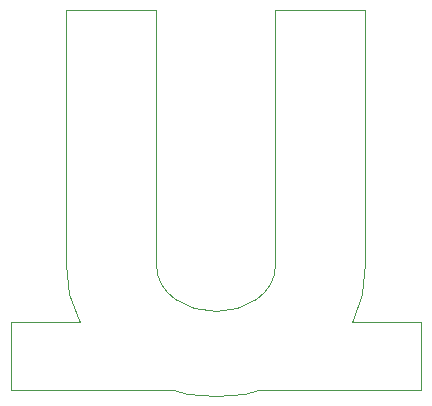
<source format=gm1>
G04 #@! TF.FileFunction,Profile,NP*
%FSLAX46Y46*%
G04 Gerber Fmt 4.6, Leading zero omitted, Abs format (unit mm)*
G04 Created by KiCad (PCBNEW 4.0.0-rc2-stable) date 3/3/2016 3:48:12 PM*
%MOMM*%
G01*
G04 APERTURE LIST*
%ADD10C,0.150000*%
%ADD11C,0.100000*%
G04 APERTURE END LIST*
D10*
D11*
X64120000Y-51490000D02*
X61690000Y-51310000D01*
X61690000Y-51310000D02*
X60570000Y-51030000D01*
X60570000Y-51030000D02*
X46760000Y-51030000D01*
X46760000Y-51030000D02*
X46760000Y-45280000D01*
X46760000Y-45280000D02*
X52640000Y-45280000D01*
X52640000Y-45280000D02*
X52510000Y-45080000D01*
X52510000Y-45080000D02*
X51720000Y-42870000D01*
X51720000Y-42870000D02*
X51460000Y-40350000D01*
X51460000Y-40350000D02*
X51460000Y-18850000D01*
X51460000Y-18850000D02*
X59040000Y-18850000D01*
X59040000Y-18850000D02*
X59040000Y-40230000D01*
X59040000Y-40230000D02*
X59150000Y-41170000D01*
X59150000Y-41170000D02*
X59490000Y-42000000D01*
X59490000Y-42000000D02*
X60010000Y-42700000D01*
X60010000Y-42700000D02*
X60670000Y-43270000D01*
X60670000Y-43270000D02*
X62280000Y-44020000D01*
X62280000Y-44020000D02*
X64120000Y-44280000D01*
X64120000Y-44280000D02*
X65920000Y-44020000D01*
X65920000Y-44020000D02*
X67520000Y-43270000D01*
X67520000Y-43270000D02*
X68180000Y-42700000D01*
X68180000Y-42700000D02*
X68700000Y-42000000D01*
X68700000Y-42000000D02*
X69040000Y-41170000D01*
X69040000Y-41170000D02*
X69150000Y-40230000D01*
X69150000Y-40230000D02*
X69150000Y-18850000D01*
X69150000Y-18850000D02*
X76780000Y-18850000D01*
X76780000Y-18850000D02*
X76780000Y-40350000D01*
X76780000Y-40350000D02*
X76520000Y-42870000D01*
X76520000Y-42870000D02*
X75730000Y-45080000D01*
X75730000Y-45080000D02*
X75600000Y-45280000D01*
X75600000Y-45280000D02*
X81480000Y-45280000D01*
X81480000Y-45280000D02*
X81480000Y-51030000D01*
X81480000Y-51030000D02*
X67690000Y-51030000D01*
X67690000Y-51030000D02*
X66550000Y-51310000D01*
X66550000Y-51310000D02*
X64120000Y-51490000D01*
X64120000Y-51490000D02*
X64120000Y-51490000D01*
X64120000Y-51490000D02*
X64120000Y-51490000D01*
M02*

</source>
